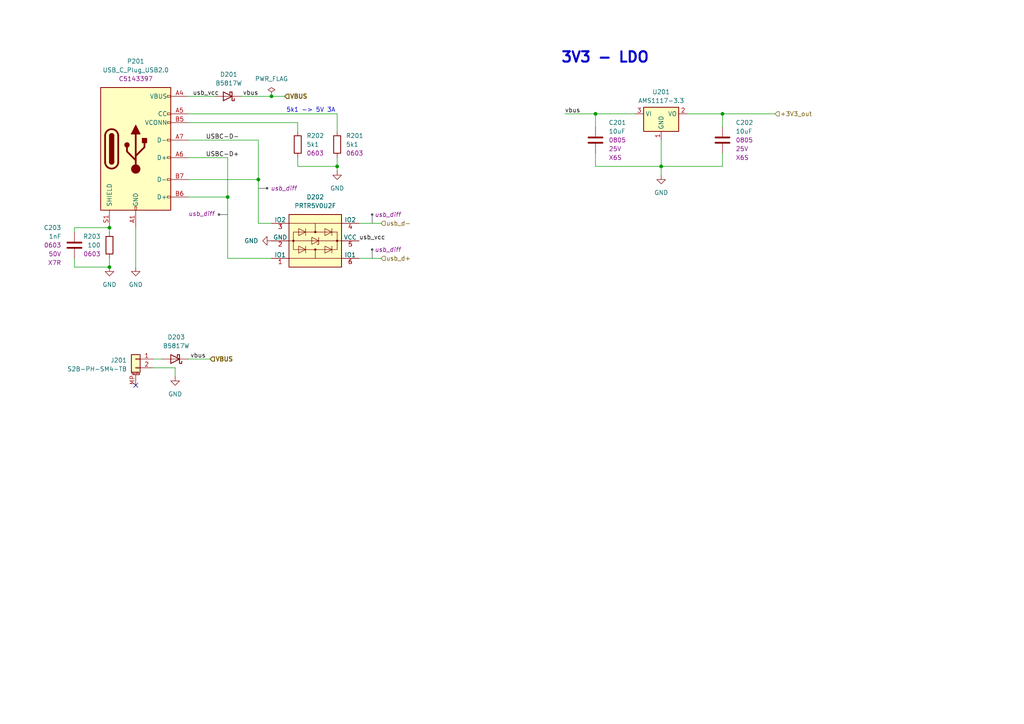
<source format=kicad_sch>
(kicad_sch (version 20231120) (generator "eeschema") (generator_version "8.0")
  (paper "A4")
  (lib_symbols
    (symbol "kidslab: B5817W Schottky Diode" (pin_numbers hide) (pin_names (offset 1.016) hide)
      (property "Reference" "D" (at 0 2.54 0))
      (property "Value" " B5817W" (at 0 -2.54 0))
      (symbol " B5817W Schottky Diode_0_1"
        (polyline (pts (xy 1.27 0) (xy -1.27 0)))
        (polyline (pts (xy 1.27 1.27) (xy 1.27 -1.27) (xy -1.27 0) (xy 1.27 1.27)) (stroke (width 0.254)))
        (polyline (pts (xy -1.905 0.635) (xy -1.905 1.27) (xy -1.27 1.27) (xy -1.27 -1.27) (xy -0.635 -1.27) (xy -0.635 -0.635)) (stroke (width 0.254)))
      )
      (symbol " B5817W Schottky Diode_1_1"
        (pin passive line (at -3.81 0 0) (length 2.54) (name "K") (number "1"))
        (pin passive line (at 3.81 0 180) (length 2.54) (name "A") (number "2"))
      )
    )
    (symbol "kidslab:AMS1117-3.3"
      (property "Reference" "U" (at -3.81 3.175 0))
      (property "Value" "AMS1117-3.3" (at 0 3.175 0))
      (symbol "AMS1117-3.3_0_1"
        (rectangle (start -5.08 -5.08) (end 5.08 1.905) (stroke (width 0.254)) (fill (type background)))
      )
      (symbol "AMS1117-3.3_1_1"
        (pin power_in line (at 0 -7.62 90) (length 2.54) (name "GND") (number "1"))
        (pin power_out line (at 7.62 0 180) (length 2.54) (name "VO") (number "2"))
        (pin power_in line (at -7.62 0 0) (length 2.54) (name "VI") (number "3"))
      )
    )
    (symbol "kidslab:Battery Connector JST" (pin_names (offset 1.016) hide)
      (property "Reference" "J" (at 0 2.54 0))
      (property "Value" "S2B-PH-SM4-TB" (at 1.27 -5.08 0))
      (symbol "Battery Connector JST_1_1"
        (rectangle (start -1.27 -2.413) (end 0 -2.667) (stroke (width 0.1524)))
        (rectangle (start -1.27 0.127) (end 0 -0.127) (stroke (width 0.1524)))
        (rectangle (start -1.27 1.27) (end 1.27 -3.81) (stroke (width 0.254)) (fill (type background)))
        (polyline (pts (xy -1.016 -4.572) (xy 1.016 -4.572)) (stroke (width 0.1524)))
        (text "Mounting" (at 0 -4.191 0) (effects (font (size 0.381 0.381))))
        (pin passive line (at -5.08 0 0) (length 3.81) (name "Pin_1") (number "1"))
        (pin passive line (at -5.08 -2.54 0) (length 3.81) (name "Pin_2") (number "2"))
        (pin passive line (at 0 -7.62 90) (length 3.048) (name "MountPin") (number "MP"))
      )
    )
    (symbol "kidslab:C-10uF-0805-25V" (pin_numbers hide) (pin_names (offset 0.254))
      (property "Reference" "C?" (at 3.175 2.54 0))
      (property "Value" "10uF" (at 3.175 -1.27 0))
      (property "Footprint v" "0805" (at 5.715 -3.175 0))
      (property "Voltage Rating" "25V" (at 5.08 0.635 0))
      (property "Temperature Profile" "X6S" (at 9.525 0.635 0))
      (symbol "C-10uF-0805-25V_0_1"
        (polyline (pts (xy -2.032 -0.762) (xy 2.032 -0.762)) (stroke (width 0.508)))
        (polyline (pts (xy -2.032 0.762) (xy 2.032 0.762)) (stroke (width 0.508)))
      )
      (symbol "C-10uF-0805-25V_1_1"
        (pin passive line (at 0 3.81 270) (length 2.794) (name "~") (number "1"))
        (pin passive line (at 0 -3.81 90) (length 2.794) (name "~") (number "2"))
      )
    )
    (symbol "kidslab:C-1nF-0603-50V" (pin_numbers hide) (pin_names (offset 0.254))
      (property "Reference" "C?" (at 3.175 2.54 0))
      (property "Value" "1nF" (at 3.175 -1.27 0))
      (property "Footprint v" "0603" (at 5.715 -3.175 0))
      (property "Voltage Rating" "50V" (at 5.08 0.635 0))
      (property "Temperature Profile" "X7R" (at 9.525 0.635 0))
      (symbol "C-1nF-0603-50V_0_1"
        (polyline (pts (xy -2.032 -0.762) (xy 2.032 -0.762)) (stroke (width 0.508)))
        (polyline (pts (xy -2.032 0.762) (xy 2.032 0.762)) (stroke (width 0.508)))
      )
      (symbol "C-1nF-0603-50V_1_1"
        (pin passive line (at 0 3.81 270) (length 2.794) (name "~") (number "1"))
        (pin passive line (at 0 -3.81 90) (length 2.794) (name "~") (number "2"))
      )
    )
    (symbol "kidslab:PRTR5V0U2F" (pin_names (offset 0))
      (property "Reference" "D" (at -0.762 8.636 0))
      (property "Value" "PRTR5V0U2F" (at -0.254 -9.398 0))
      (symbol "PRTR5V0U2F_0_1"
        (circle (center -6.35 0) (radius 0.254) (fill (type outline)))
        (circle (center 0 -2.54) (radius 0.254) (fill (type outline)))
        (polyline (pts (xy -7.62 0) (xy 7.62 0)))
        (polyline (pts (xy -2.794 -1.524) (xy -2.794 -3.556)))
        (polyline (pts (xy -2.794 1.524) (xy -2.794 3.556)))
        (polyline (pts (xy 0 -2.54) (xy 0 -5.08)))
        (polyline (pts (xy 0 5.08) (xy 0 2.54)))
        (polyline (pts (xy 4.826 -1.524) (xy 4.826 -3.556)))
        (polyline (pts (xy 4.826 1.524) (xy 4.826 3.556)))
        (polyline (pts (xy 7.62 -5.08) (xy -7.62 -5.08)))
        (polyline (pts (xy 7.62 5.08) (xy -7.62 5.08)))
        (polyline (pts (xy 1.016 -1.016) (xy 1.016 1.016) (xy 0.508 1.016)))
        (polyline (pts (xy -4.826 -3.556) (xy -4.826 -1.524) (xy -2.794 -2.54) (xy -4.826 -3.556)))
        (polyline (pts (xy -4.826 3.556) (xy -4.826 1.524) (xy -2.794 2.54) (xy -4.826 3.556)))
        (polyline (pts (xy -1.016 1.016) (xy -1.016 -1.016) (xy 1.016 0) (xy -1.016 1.016)))
        (polyline (pts (xy 2.794 -3.556) (xy 2.794 -1.524) (xy 4.826 -2.54) (xy 2.794 -3.556)))
        (polyline (pts (xy 2.794 3.556) (xy 2.794 1.524) (xy 4.826 2.54) (xy 2.794 3.556)))
        (circle (center 0 2.54) (radius 0.254) (fill (type outline)))
        (circle (center 6.35 0) (radius 0.254) (fill (type outline)))
        (rectangle (start 6.35 2.54) (end -6.35 -2.54))
        (rectangle (start 7.62 7.62) (end -7.62 -7.62) (stroke (width 0.254)) (fill (type background)))
      )
      (symbol "PRTR5V0U2F_1_1"
        (pin passive line (at -12.7 5.08 0) (length 5.08) (name "IO1") (number "1"))
        (pin passive line (at -12.7 0 0) (length 5.08) (name "GND") (number "2"))
        (pin passive line (at -12.7 -5.08 0) (length 5.08) (name "IO2") (number "3"))
        (pin passive line (at 12.7 -5.08 180) (length 5.08) (name "IO2") (number "4"))
        (pin passive line (at 12.7 0 180) (length 5.08) (name "VCC") (number "5"))
        (pin passive line (at 12.7 5.08 180) (length 5.08) (name "IO1") (number "6"))
      )
    )
    (symbol "kidslab:R-100R-0603" (pin_numbers hide) (pin_names (offset 0))
      (property "Reference" "R?" (at 2.032 0 90))
      (property "Value" "100" (at 3.81 0 90))
      (property "Footprint dpl" "0603" (at 5.715 0 90))
      (symbol "R-100R-0603_0_1"
        (rectangle (start -1.016 -2.54) (end 1.016 2.54) (stroke (width 0.254)))
      )
      (symbol "R-100R-0603_1_1"
        (pin passive line (at 0 3.81 270) (length 1.27) (name "~") (number "1"))
        (pin passive line (at 0 -3.81 90) (length 1.27) (name "~") (number "2"))
      )
    )
    (symbol "kidslab:R-5k1-0603" (pin_numbers hide) (pin_names (offset 0))
      (property "Reference" "R?" (at 2.032 0 90))
      (property "Value" "5k1" (at 3.81 0 90))
      (property "Footprint dpl" "0603" (at 5.715 0 90))
      (symbol "R-5k1-0603_0_1"
        (rectangle (start -1.016 -2.54) (end 1.016 2.54) (stroke (width 0.254)))
      )
      (symbol "R-5k1-0603_1_1"
        (pin passive line (at 0 3.81 270) (length 1.27) (name "~") (number "1"))
        (pin passive line (at 0 -3.81 90) (length 1.27) (name "~") (number "2"))
      )
    )
    (symbol "kidslab:USB_C_Plug_USB2.0 GCT_USB4110" (pin_names (offset 1.016))
      (property "Reference" "P" (at -10.16 19.05 0))
      (property "Value" "USB_C_Plug_USB2.0" (at 12.7 19.05 0))
      (property "LCSC Part #" "C5143397" (at 0 0 0))
      (symbol "USB_C_Plug_USB2.0 GCT_USB4110_0_0"
        (rectangle (start -0.254 -17.78) (end 0.254 -16.764))
        (rectangle (start 9.144 -13.716) (end 10.16 -14.224))
        (rectangle (start 9.144 -2.286) (end 10.16 -2.794))
        (rectangle (start 10.16 -8.636) (end 9.144 -9.144))
        (rectangle (start 10.16 2.794) (end 9.144 2.286))
        (rectangle (start 10.16 7.874) (end 9.144 7.366))
        (rectangle (start 10.16 10.414) (end 9.144 9.906))
        (rectangle (start 10.16 15.494) (end 9.144 14.986))
      )
      (symbol "USB_C_Plug_USB2.0 GCT_USB4110_0_1"
        (rectangle (start -10.16 17.78) (end 10.16 -17.78) (stroke (width 0.254)) (fill (type background)))
        (arc (start -8.89 -3.81) (mid -6.985 -5.7067) (end -5.08 -3.81) (stroke (width 0.508)))
        (arc (start -7.62 -3.81) (mid -6.985 -4.4423) (end -6.35 -3.81) (stroke (width 0.254)))
        (arc (start -7.62 -3.81) (mid -6.985 -4.4423) (end -6.35 -3.81) (stroke (width 0.254)) (fill (type outline)))
        (rectangle (start -7.62 -3.81) (end -6.35 3.81) (stroke (width 0.254)) (fill (type outline)))
        (arc (start -6.35 3.81) (mid -6.985 4.4423) (end -7.62 3.81) (stroke (width 0.254)))
        (arc (start -6.35 3.81) (mid -6.985 4.4423) (end -7.62 3.81) (stroke (width 0.254)) (fill (type outline)))
        (arc (start -5.08 3.81) (mid -6.985 5.7067) (end -8.89 3.81) (stroke (width 0.508)))
        (circle (center -2.54 1.143) (radius 0.635) (stroke (width 0.254)) (fill (type outline)))
        (circle (center 0 -5.842) (radius 1.27) (fill (type outline)))
        (polyline (pts (xy -8.89 -3.81) (xy -8.89 3.81)) (stroke (width 0.508)))
        (polyline (pts (xy -5.08 3.81) (xy -5.08 -3.81)) (stroke (width 0.508)))
        (polyline (pts (xy 0 -5.842) (xy 0 4.318)) (stroke (width 0.508)))
        (polyline (pts (xy 0 -3.302) (xy -2.54 -0.762) (xy -2.54 0.508)) (stroke (width 0.508)))
        (polyline (pts (xy 0 -2.032) (xy 2.54 0.508) (xy 2.54 1.778)) (stroke (width 0.508)))
        (polyline (pts (xy -1.27 4.318) (xy 0 6.858) (xy 1.27 4.318) (xy -1.27 4.318)) (stroke (width 0.254)) (fill (type outline)))
        (rectangle (start 1.905 1.778) (end 3.175 3.048) (stroke (width 0.254)) (fill (type outline)))
      )
      (symbol "USB_C_Plug_USB2.0 GCT_USB4110_1_1"
        (pin passive line (at 0 -22.86 90) (length 5.08) (name "GND") (number "A1"))
        (pin passive line (at 0 -22.86 90) (length 5.08) hide (name "GND") (number "A12"))
        (pin passive line (at 15.24 15.24 180) (length 5.08) (name "VBUS") (number "A4"))
        (pin bidirectional line (at 15.24 10.16 180) (length 5.08) (name "CC") (number "A5"))
        (pin bidirectional line (at 15.24 -2.54 180) (length 5.08) (name "D+") (number "A6"))
        (pin bidirectional line (at 15.24 2.54 180) (length 5.08) (name "D-") (number "A7"))
        (pin passive line (at 15.24 15.24 180) (length 5.08) hide (name "VBUS") (number "A9"))
        (pin passive line (at 0 -22.86 90) (length 5.08) hide (name "GND") (number "B1"))
        (pin passive line (at 0 -22.86 90) (length 5.08) hide (name "GND") (number "B12"))
        (pin passive line (at 15.24 15.24 180) (length 5.08) hide (name "VBUS") (number "B4"))
        (pin bidirectional line (at 15.24 7.62 180) (length 5.08) (name "VCONN") (number "B5"))
        (pin bidirectional line (at 15.24 -13.97 180) (length 5.08) (name "D+") (number "B6"))
        (pin bidirectional line (at 15.24 -8.89 180) (length 5.08) (name "D-") (number "B7"))
        (pin passive line (at 15.24 15.24 180) (length 5.08) hide (name "VBUS") (number "B9"))
        (pin passive line (at -7.62 -22.86 90) (length 5.08) (name "SHIELD") (number "S1"))
      )
    )
    (symbol "power:GND" (power) (pin_numbers hide) (pin_names (offset 0) hide)
      (property "Value" "GND" (at 0 -3.81 0))
      (symbol "GND_0_1"
        (polyline (pts (xy 0 0) (xy 0 -1.27) (xy 1.27 -1.27) (xy 0 -2.54) (xy -1.27 -1.27) (xy 0 -1.27)))
      )
      (symbol "GND_1_1"
        (pin power_in line (at 0 0 270) (length 0) (name "~") (number "1"))
      )
    )
    (symbol "power:PWR_FLAG" (power) (pin_numbers hide) (pin_names (offset 0) hide)
      (property "Value" "PWR_FLAG" (at 0 3.81 0))
      (symbol "PWR_FLAG_0_0"
        (pin power_out line (at 0 0 90) (length 0) (name "~") (number "1"))
      )
      (symbol "PWR_FLAG_0_1"
        (polyline (pts (xy 0 0) (xy 0 1.27) (xy -1.016 1.905) (xy 0 2.54) (xy 1.016 1.905) (xy 0 1.27)))
      )
    )
  )
  (junction (at 172.72 33.02))
  (junction (at 74.93 52.07))
  (junction (at 31.75 66.04))
  (junction (at 191.77 48.26))
  (junction (at 66.04 57.15))
  (junction (at 97.79 48.26))
  (junction (at 209.55 33.02))
  (junction (at 31.75 77.47))
  (junction (at 78.74 27.94))
  (no_connect (at 39.37 111.76))
  (wire (pts (xy 97.79 45.72) (xy 97.79 48.26)))
  (wire (pts (xy 97.79 33.02) (xy 54.61 33.02)))
  (wire (pts (xy 31.75 67.31) (xy 31.75 66.04)))
  (wire (pts (xy 21.59 74.93) (xy 21.59 77.47)))
  (wire (pts (xy 86.36 48.26) (xy 97.79 48.26)))
  (wire (pts (xy 172.72 36.83) (xy 172.72 33.02)))
  (wire (pts (xy 54.61 45.72) (xy 66.04 45.72)))
  (wire (pts (xy 97.79 48.26) (xy 97.79 49.53)))
  (wire (pts (xy 66.04 74.93) (xy 78.74 74.93)))
  (wire (pts (xy 66.04 57.15) (xy 66.04 74.93)))
  (wire (pts (xy 104.14 64.77) (xy 110.49 64.77)))
  (wire (pts (xy 86.36 35.56) (xy 86.36 38.1)))
  (wire (pts (xy 69.85 27.94) (xy 78.74 27.94)))
  (wire (pts (xy 66.04 45.72) (xy 66.04 57.15)))
  (wire (pts (xy 44.45 106.68) (xy 50.8 106.68)))
  (wire (pts (xy 97.79 33.02) (xy 97.79 38.1)))
  (wire (pts (xy 21.59 67.31) (xy 21.59 66.04)))
  (wire (pts (xy 209.55 44.45) (xy 209.55 48.26)))
  (wire (pts (xy 163.83 33.02) (xy 172.72 33.02)))
  (wire (pts (xy 54.61 57.15) (xy 66.04 57.15)))
  (wire (pts (xy 39.37 66.04) (xy 39.37 77.47)))
  (wire (pts (xy 74.93 52.07) (xy 74.93 40.64)))
  (wire (pts (xy 54.61 52.07) (xy 74.93 52.07)))
  (wire (pts (xy 44.45 104.14) (xy 46.99 104.14)))
  (wire (pts (xy 54.61 35.56) (xy 86.36 35.56)))
  (wire (pts (xy 54.61 40.64) (xy 74.93 40.64)))
  (wire (pts (xy 82.55 27.94) (xy 78.74 27.94)))
  (wire (pts (xy 54.61 27.94) (xy 62.23 27.94)))
  (wire (pts (xy 78.74 64.77) (xy 74.93 64.77)))
  (wire (pts (xy 191.77 48.26) (xy 191.77 50.8)))
  (wire (pts (xy 54.61 104.14) (xy 60.96 104.14)))
  (wire (pts (xy 21.59 66.04) (xy 31.75 66.04)))
  (wire (pts (xy 50.8 106.68) (xy 50.8 109.22)))
  (wire (pts (xy 172.72 48.26) (xy 172.72 44.45)))
  (wire (pts (xy 86.36 45.72) (xy 86.36 48.26)))
  (wire (pts (xy 209.55 33.02) (xy 199.39 33.02)))
  (wire (pts (xy 209.55 36.83) (xy 209.55 33.02)))
  (wire (pts (xy 191.77 40.64) (xy 191.77 48.26)))
  (wire (pts (xy 209.55 48.26) (xy 191.77 48.26)))
  (wire (pts (xy 21.59 77.47) (xy 31.75 77.47)))
  (wire (pts (xy 191.77 48.26) (xy 172.72 48.26)))
  (wire (pts (xy 172.72 33.02) (xy 184.15 33.02)))
  (wire (pts (xy 104.14 74.93) (xy 110.49 74.93)))
  (wire (pts (xy 31.75 77.47) (xy 31.75 74.93)))
  (wire (pts (xy 209.55 33.02) (xy 224.79 33.02)))
  (wire (pts (xy 74.93 64.77) (xy 74.93 52.07)))
  (text "5k1 -> 5V 3A" (at 90.17 32.004 0) (effects (font (size 1.27 1.27))))
  (text "3V3 - LDO" (at 162.56 16.764 0) (effects (font (size 3 3) (thickness 0.6) (bold yes)) (justify left)))
  (label "USBC-D-" (at 59.69 40.64 0))
  (label "usb_vcc" (at 55.88 27.94 0))
  (label "vbus" (at 163.83 33.02 0))
  (label "vbus" (at 59.69 104.14 180))
  (label "vbus" (at 74.93 27.94 180))
  (label "USBC-D+" (at 59.69 45.72 0))
  (label "usb_vcc" (at 104.14 69.85 0))
  (hierarchical_label "VBUS" (shape input) (at 82.55 27.94 0) (effects (font (thickness 0.254) (bold yes))))
  (hierarchical_label "VBUS" (shape input) (at 60.96 104.14 0) (effects (font (thickness 0.254) (bold yes))))
  (hierarchical_label "usb_d-" (shape input) (at 110.49 64.77 0))
  (hierarchical_label "+3V3_out" (shape input) (at 224.79 33.02 0))
  (hierarchical_label "usb_d+" (shape input) (at 110.49 74.93 0))
  (netclass_flag "" (length 2.54) (shape dot) (at 107.95 74.93 0) (property "Netclass" "usb_diff" (at 108.6485 72.39 0) (effects (font (italic yes)) (justify left))))
  (netclass_flag "" (length 2.54) (shape dot) (at 107.95 64.77 0) (property "Netclass" "usb_diff" (at 108.6485 62.23 0) (effects (font (italic yes)) (justify left))))
  (netclass_flag "" (length 2.54) (shape dot) (at 66.04 62.23 90) (property "Netclass" "usb_diff" (at 54.61 61.976 0) (effects (font (italic yes)) (justify left))))
  (netclass_flag "" (length 2.54) (shape dot) (at 74.93 54.61 270) (property "Netclass" "usb_diff" (at 78.486 54.61 0) (effects (font (italic yes)) (justify left))))
  (symbol (lib_id "kidslab:R-5k1-0603") (at 86.36 41.91 180) (unit 1)
    (property "Reference" "R202" (at 88.9 39.3699 0) (effects (justify right)))
    (property "Value" "5k1" (at 88.9 41.9099 0) (effects (justify right)))
    (property "Footprint" "Resistor_SMD:R_0603_1608Metric" (effects (hide yes)))
    (property "Description" "Resistor" (effects (hide yes)))
    (property "LCSC Part #" "C23186" (effects (hide yes)))
    (property "Footprint dpl" "0603" (at 88.9 44.4499 0) (effects (justify right)))
  )
  (symbol (lib_id "power:GND") (at 31.75 77.47 0) (unit 1)
    (property "Reference" "#PWR0206" (effects (hide yes)))
    (property "Value" "GND" (at 31.75 82.55 0))
    (property "Description" "Power symbol creates a global label with name \"GND\" , ground" (effects (hide yes)))
  )
  (symbol (lib_id "kidslab:C-10uF-0805-25V") (at 209.55 40.64 0) (unit 1)
    (property "Reference" "C202" (at 213.36 35.5599 0) (effects (justify left)))
    (property "Value" "10uF" (at 213.36 38.0999 0) (effects (justify left)))
    (property "Footprint" "Capacitor_SMD:C_0805_2012Metric" (effects (hide yes)))
    (property "Description" "Unpolarized capacitor" (effects (hide yes)))
    (property "Footprint v" "0805" (at 213.36 40.6399 0) (effects (justify left)))
    (property "Voltage Rating" "25V" (at 213.36 43.1799 0) (effects (justify left)))
    (property "Temperature Profile" "X6S" (at 213.36 45.7199 0) (effects (justify left)))
    (property "LCSC Part #" "C710989" (effects (hide yes)))
  )
  (symbol (lib_id "power:GND") (at 39.37 77.47 0) (unit 1)
    (property "Reference" "#PWR0202" (effects (hide yes)))
    (property "Value" "GND" (at 39.37 82.55 0))
    (property "Description" "Power symbol creates a global label with name \"GND\" , ground" (effects (hide yes)))
  )
  (symbol (lib_id "kidslab:Battery Connector JST") (at 39.37 104.14 0) (mirror y) (unit 1)
    (property "Reference" "J201" (at 36.83 104.4955 0) (effects (justify left)))
    (property "Value" "S2B-PH-SM4-TB" (at 36.83 107.0355 0) (effects (justify left)))
    (property "Footprint" "kidslab:JST_PH_S2B-PH-SM4-TB_1x02-1MP_P2.00mm_Horizontal" (effects (hide yes)))
    (property "Description" "Generic connectable mounting pin connector, single row, 01x02, script generated (kicad-library-utils/schlib/autogen/connector/)" (effects (hide yes)))
    (property "LCSC Part #" "C295747" (effects (hide yes)))
  )
  (symbol (lib_id "kidslab:USB_C_Plug_USB2.0 GCT_USB4110") (at 39.37 43.18 0) (unit 1)
    (property "Reference" "P201" (at 39.37 17.78 0))
    (property "Value" "USB_C_Plug_USB2.0" (at 39.37 20.32 0))
    (property "Footprint" "kidslab:USB_C_Receptacle_GCT_USB4110" (effects (hide yes)))
    (property "Datasheet" "https://www.usb.org/sites/default/files/documents/usb_type-c.zip" (effects (hide yes)))
    (property "Description" "USB 2.0-only Type-C Plug connector" (effects (hide yes)))
    (property "LCSC Part #" "C5143397" (at 39.37 22.86 0))
  )
  (symbol (lib_id "kidslab:C-10uF-0805-25V") (at 172.72 40.64 0) (unit 1)
    (property "Reference" "C201" (at 176.53 35.5599 0) (effects (justify left)))
    (property "Value" "10uF" (at 176.53 38.0999 0) (effects (justify left)))
    (property "Footprint" "Capacitor_SMD:C_0805_2012Metric" (effects (hide yes)))
    (property "Description" "Unpolarized capacitor" (effects (hide yes)))
    (property "Footprint v" "0805" (at 176.53 40.6399 0) (effects (justify left)))
    (property "Voltage Rating" "25V" (at 176.53 43.1799 0) (effects (justify left)))
    (property "Temperature Profile" "X6S" (at 176.53 45.7199 0) (effects (justify left)))
    (property "LCSC Part #" "C710989" (effects (hide yes)))
  )
  (symbol (lib_id "power:GND") (at 191.77 50.8 0) (unit 1)
    (property "Reference" "#PWR0203" (effects (hide yes)))
    (property "Value" "GND" (at 191.77 55.88 0))
    (property "Description" "Power symbol creates a global label with name \"GND\" , ground" (effects (hide yes)))
  )
  (symbol (lib_id "kidslab:R-100R-0603") (at 31.75 71.12 0) (mirror x) (unit 1)
    (property "Reference" "R203" (at 29.21 68.5799 0) (effects (justify right)))
    (property "Value" "100" (at 29.21 71.1199 0) (effects (justify right)))
    (property "Footprint" "Resistor_SMD:R_0603_1608Metric" (effects (hide yes)))
    (property "Description" "Resistor" (effects (hide yes)))
    (property "LCSC Part #" "C22775" (effects (hide yes)))
    (property "Footprint dpl" "0603" (at 29.21 73.6599 0) (effects (justify right)))
  )
  (symbol (lib_id "kidslab:PRTR5V0U2F") (at 91.44 69.85 0) (mirror x) (unit 1)
    (property "Reference" "D202" (at 91.44 57.15 0))
    (property "Value" "PRTR5V0U2F" (at 91.44 59.69 0))
    (property "Footprint" "Package_SON:WSON-6_1.5x1.5mm_P0.5mm" (effects (hide yes)))
    (property "Datasheet" "https://wmsc.lcsc.com/wmsc/upload/file/pdf/v2/lcsc/2201121800_TECH-PUBLIC-PRTR5V0U2F_C2937001.pdf" (effects (hide yes)))
    (property "Description" "Ultra low capacitance double rail-to-rail ESD protection diode, SOT-143" (effects (hide yes)))
    (property "LCSC Part #" "C2937001" (effects (hide yes)))
  )
  (symbol (lib_id "power:PWR_FLAG") (at 78.74 27.94 0) (unit 1)
    (property "Reference" "#FLG0201" (effects (hide yes)))
    (property "Value" "PWR_FLAG" (at 78.74 22.86 0))
    (property "Description" "Special symbol for telling ERC where power comes from" (effects (hide yes)))
  )
  (symbol (lib_id "power:GND") (at 78.74 69.85 270) (unit 1)
    (property "Reference" "#PWR0205" (effects (hide yes)))
    (property "Value" "GND" (at 74.93 69.8499 90) (effects (justify right)))
    (property "Description" "Power symbol creates a global label with name \"GND\" , ground" (effects (hide yes)))
  )
  (symbol (lib_id "kidslab: B5817W Schottky Diode") (at 50.8 104.14 180) (unit 1)
    (property "Reference" "D203" (at 51.1175 97.79 0))
    (property "Value" "B5817W" (at 51.1175 100.33 0))
    (property "Footprint" "Diode_SMD:D_SOD-123" (effects (hide yes)))
    (property "Datasheet" "https://www.lcsc.com/datasheet/lcsc_datasheet_2110281130_KUU-B5817W_C2909923.pdf" (effects (hide yes)))
    (property "Description" "14V 1A Schottky Diode, SMA" (effects (hide yes)))
    (property "LCSC Part #" "C2909923" (effects (hide yes)))
  )
  (symbol (lib_id "kidslab:R-5k1-0603") (at 97.79 41.91 180) (unit 1)
    (property "Reference" "R201" (at 100.33 39.3699 0) (effects (justify right)))
    (property "Value" "5k1" (at 100.33 41.9099 0) (effects (justify right)))
    (property "Footprint" "Resistor_SMD:R_0603_1608Metric" (effects (hide yes)))
    (property "Description" "Resistor" (effects (hide yes)))
    (property "LCSC Part #" "C23186" (effects (hide yes)))
    (property "Footprint dpl" "0603" (at 100.33 44.4499 0) (effects (justify right)))
  )
  (symbol (lib_id "power:GND") (at 50.8 109.22 0) (unit 1)
    (property "Reference" "#PWR0204" (effects (hide yes)))
    (property "Value" "GND" (at 50.8 114.3 0))
    (property "Description" "Power symbol creates a global label with name \"GND\" , ground" (effects (hide yes)))
  )
  (symbol (lib_id "kidslab: B5817W Schottky Diode") (at 66.04 27.94 180) (unit 1)
    (property "Reference" "D201" (at 66.3575 21.59 0))
    (property "Value" "B5817W" (at 66.3575 24.13 0))
    (property "Footprint" "Diode_SMD:D_SOD-123" (effects (hide yes)))
    (property "Datasheet" "https://www.lcsc.com/datasheet/lcsc_datasheet_2110281130_KUU-B5817W_C2909923.pdf" (effects (hide yes)))
    (property "Description" "14V 1A Schottky Diode, SMA" (effects (hide yes)))
    (property "LCSC Part #" "C2909923" (effects (hide yes)))
  )
  (symbol (lib_id "kidslab:C-1nF-0603-50V") (at 21.59 71.12 0) (mirror y) (unit 1)
    (property "Reference" "C203" (at 17.78 66.0399 0) (effects (justify left)))
    (property "Value" "1nF" (at 17.78 68.5799 0) (effects (justify left)))
    (property "Footprint" "Capacitor_SMD:C_0603_1608Metric" (effects (hide yes)))
    (property "Description" "Unpolarized capacitor" (effects (hide yes)))
    (property "Footprint v" "0603" (at 17.78 71.1199 0) (effects (justify left)))
    (property "Voltage Rating" "50V" (at 17.78 73.6599 0) (effects (justify left)))
    (property "Temperature Profile" "X7R" (at 17.78 76.1999 0) (effects (justify left)))
    (property "LCSC Part #" "C1588" (effects (hide yes)))
  )
  (symbol (lib_id "kidslab:AMS1117-3.3") (at 191.77 33.02 0) (unit 1)
    (property "Reference" "U201" (at 191.77 26.67 0))
    (property "Value" "AMS1117-3.3" (at 191.77 29.21 0))
    (property "Footprint" "Package_TO_SOT_SMD:SOT-223-3_TabPin2" (effects (hide yes)))
    (property "Datasheet" "http://www.advanced-monolithic.com/pdf/ds1117.pdf" (effects (hide yes)))
    (property "Description" "1A Low Dropout regulator, positive, 3.3V fixed output, SOT-223" (effects (hide yes)))
    (property "LCSC Part #" "C6186" (effects (hide yes)))
  )
  (symbol (lib_id "power:GND") (at 97.79 49.53 0) (unit 1)
    (property "Reference" "#PWR0201" (effects (hide yes)))
    (property "Value" "GND" (at 97.79 54.61 0))
    (property "Description" "Power symbol creates a global label with name \"GND\" , ground" (effects (hide yes)))
  )
)
</source>
